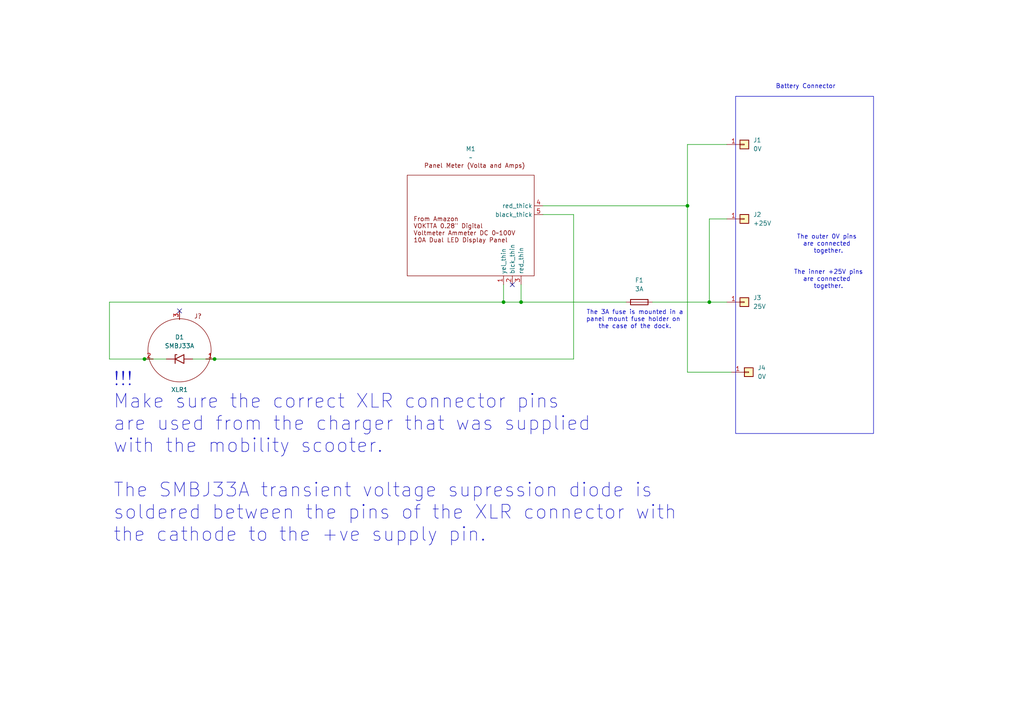
<source format=kicad_sch>
(kicad_sch (version 20231120) (generator "eeschema") (generator_version "8.0")
  (paper "A4")
  (lib_symbols
    (symbol "Connector_Generic:Conn_01x01" (pin_names (offset 1.016) hide)
      (property "Reference" "J" (at 0 2.54 0))
      (property "Value" "Conn_01x01" (at 0 -2.54 0))
      (symbol "Conn_01x01_1_1"
        (rectangle (start -1.27 0.127) (end 0 -0.127) (stroke (width 0.1524)))
        (rectangle (start -1.27 1.27) (end 1.27 -1.27) (stroke (width 0.254)) (fill (type background)))
        (pin passive line (at -5.08 0 0) (length 3.81) (name "Pin_1") (number "1"))
      )
    )
    (symbol "Device:Fuse" (pin_numbers hide) (pin_names (offset 0))
      (property "Reference" "F" (at 2.032 0 90))
      (property "Value" "Fuse" (at -1.905 0 90))
      (symbol "Fuse_0_1"
        (rectangle (start -0.762 -2.54) (end 0.762 2.54) (stroke (width 0.254)))
        (polyline (pts (xy 0 2.54) (xy 0 -2.54)))
      )
      (symbol "Fuse_1_1"
        (pin passive line (at 0 3.81 270) (length 1.27) (name "~") (number "1"))
        (pin passive line (at 0 -3.81 90) (length 1.27) (name "~") (number "2"))
      )
    )
    (symbol "Diode:SMAJ60A" (pin_numbers hide) (pin_names (offset 1.016) hide)
      (property "Reference" "D" (at 0 2.54 0))
      (property "Value" "SMAJ60A" (at 0 -2.54 0))
      (symbol "SMAJ60A_0_1"
        (polyline (pts (xy -0.762 1.27) (xy -1.27 1.27) (xy -1.27 -1.27)) (stroke (width 0.254)))
        (polyline (pts (xy 1.27 1.27) (xy 1.27 -1.27) (xy -1.27 0) (xy 1.27 1.27)) (stroke (width 0.254)))
      )
      (symbol "SMAJ60A_1_1"
        (pin passive line (at -3.81 0 0) (length 2.54) (name "A1") (number "1"))
        (pin passive line (at 3.81 0 180) (length 2.54) (name "A2") (number "2"))
      )
    )
    (symbol "pja_1:XLR3"
      (property "Reference" "XLR3" (at 0.254 10.668 0))
      (symbol "XLR3_0_1"
        (circle (center 0 0) (radius 9.1581))
      )
      (symbol "XLR3_1_1"
        (text "J?" (at -5.334 -9.906 0) (effects (font (size 1.27 1.27))))
        (pin input line (at -10.16 2.54 0) (length 2.54) (name "") (number "1"))
        (pin input line (at 10.16 2.54 180) (length 2.54) (name "") (number "2"))
        (pin input line (at 0 -11.43 90) (length 2.54) (name "") (number "3"))
      )
    )
    (symbol "pja_1:panel_meter_volts_amps_type_A"
      (property "Reference" "M" (at -6.858 -14.986 0))
      (symbol "panel_meter_volts_amps_type_A_0_1"
        (rectangle (start -25.4 16.51) (end 11.43 -12.7))
      )
      (symbol "panel_meter_volts_amps_type_A_1_1"
        (text "From Amazon\nVOKTTA 0.28\" Digital \nVoltmeter Ammeter DC 0~100V\n10A Dual LED Display Panel " (at -23.622 0.762 0) (effects (font (size 1.27 1.27)) (justify left)))
        (text "Panel Meter (Volta and Amps)" (at -5.842 19.304 0) (effects (font (size 1.27 1.27))))
        (pin input line (at 2.54 -15.24 90) (length 2.54) (name "yel_thin") (number "1"))
        (pin input line (at 5.08 -15.24 90) (length 2.54) (name "blck_thin") (number "2"))
        (pin input line (at 7.62 -15.24 90) (length 2.54) (name "red_thin") (number "3"))
        (pin input line (at 13.97 7.62 180) (length 2.54) (name "red_thick") (number "4"))
        (pin input line (at 13.97 5.08 180) (length 2.54) (name "black_thick") (number "5"))
      )
    )
  )
  (junction (at 205.74 87.63))
  (junction (at 62.23 104.14))
  (junction (at 41.91 104.14))
  (junction (at 151.13 87.63))
  (junction (at 146.05 87.63))
  (junction (at 199.39 59.69))
  (no_connect (at 148.59 82.55))
  (no_connect (at 52.07 90.17))
  (wire (pts (xy 31.75 104.14) (xy 41.91 104.14)))
  (wire (pts (xy 166.37 62.23) (xy 166.37 104.14)))
  (wire (pts (xy 151.13 82.55) (xy 151.13 87.63)))
  (wire (pts (xy 210.82 87.63) (xy 205.74 87.63)))
  (wire (pts (xy 55.88 104.14) (xy 62.23 104.14)))
  (wire (pts (xy 31.75 104.14) (xy 31.75 87.63)))
  (wire (pts (xy 199.39 41.91) (xy 199.39 59.69)))
  (wire (pts (xy 199.39 107.95) (xy 212.09 107.95)))
  (wire (pts (xy 146.05 82.55) (xy 146.05 87.63)))
  (wire (pts (xy 157.48 59.69) (xy 199.39 59.69)))
  (wire (pts (xy 31.75 87.63) (xy 146.05 87.63)))
  (wire (pts (xy 199.39 59.69) (xy 199.39 107.95)))
  (wire (pts (xy 157.48 62.23) (xy 166.37 62.23)))
  (wire (pts (xy 189.23 87.63) (xy 205.74 87.63)))
  (wire (pts (xy 146.05 87.63) (xy 151.13 87.63)))
  (wire (pts (xy 41.91 104.14) (xy 48.26 104.14)))
  (wire (pts (xy 205.74 87.63) (xy 205.74 63.5)))
  (wire (pts (xy 151.13 87.63) (xy 181.61 87.63)))
  (wire (pts (xy 205.74 63.5) (xy 210.82 63.5)))
  (wire (pts (xy 166.37 104.14) (xy 62.23 104.14)))
  (wire (pts (xy 210.82 41.91) (xy 199.39 41.91)))
  (rectangle (start 213.36 27.94) (end 253.365 125.73))
  (text "Battery Connector" (at 233.68 25.146 0) (effects (font (size 1.27 1.27))))
  (text "!!! \nMake sure the correct XLR connector pins \nare used from the charger that was supplied \nwith the mobility scooter.\n\nThe SMBJ33A transient voltage supression diode is\nsoldered between the pins of the XLR connector with\nthe cathode to the +ve supply pin." (at 32.766 132.588 0) (effects (font (size 4 4)) (justify left)))
  (text "The outer 0V pins \nare connected \ntogether.\n\n\nThe inner +25V pins\nare connected \ntogether." (at 240.284 75.946 0) (effects (font (size 1.27 1.27))))
  (text "The 3A fuse is mounted in a\npanel mount fuse holder on \nthe case of the dock." (at 184.15 92.71 0) (effects (font (size 1.27 1.27))))
  (symbol (lib_id "Connector_Generic:Conn_01x01") (at 215.9 41.91 0) (unit 1)
    (property "Reference" "J1" (at 218.44 40.6399 0) (effects (justify left)))
    (property "Value" "0V" (at 218.44 43.1799 0) (effects (justify left)))
    (property "Description" "Generic connector, single row, 01x01, script generated (kicad-library-utils/schlib/autogen/connector/)" (effects (hide yes)))
  )
  (symbol (lib_id "Device:Fuse") (at 185.42 87.63 90) (unit 1)
    (property "Reference" "F1" (at 185.42 81.28 90))
    (property "Value" "3A" (at 185.42 83.82 90))
    (property "Description" "Fuse" (effects (hide yes)))
  )
  (symbol (lib_id "Connector_Generic:Conn_01x01") (at 215.9 87.63 0) (unit 1)
    (property "Reference" "J3" (at 218.44 86.3599 0) (effects (justify left)))
    (property "Value" "25V" (at 218.44 88.8999 0) (effects (justify left)))
    (property "Description" "Generic connector, single row, 01x01, script generated (kicad-library-utils/schlib/autogen/connector/)" (effects (hide yes)))
  )
  (symbol (lib_id "pja_1:panel_meter_volts_amps_type_A") (at 143.51 67.31 0) (unit 1)
    (property "Reference" "M1" (at 136.525 43.18 0))
    (property "Value" "~" (at 136.525 45.72 0))
  )
  (symbol (lib_id "Connector_Generic:Conn_01x01") (at 215.9 63.5 0) (unit 1)
    (property "Reference" "J2" (at 218.44 62.2299 0) (effects (justify left)))
    (property "Value" "+25V" (at 218.44 64.7699 0) (effects (justify left)))
    (property "Description" "Generic connector, single row, 01x01, script generated (kicad-library-utils/schlib/autogen/connector/)" (effects (hide yes)))
  )
  (symbol (lib_id "Connector_Generic:Conn_01x01") (at 217.17 107.95 0) (unit 1)
    (property "Reference" "J4" (at 219.71 106.6799 0) (effects (justify left)))
    (property "Value" "0V" (at 219.71 109.2199 0) (effects (justify left)))
    (property "Description" "Generic connector, single row, 01x01, script generated (kicad-library-utils/schlib/autogen/connector/)" (effects (hide yes)))
  )
  (symbol (lib_id "Diode:SMAJ60A") (at 52.07 104.14 0) (unit 1)
    (property "Reference" "D1" (at 52.07 97.79 0))
    (property "Value" "SMBJ33A" (at 52.07 100.33 0))
    (property "Footprint" "Diode_SMD:D_SMA" (effects (hide yes)))
    (property "Datasheet" "https://www.littelfuse.com/media?resourcetype=datasheets&itemid=75e32973-b177-4ee3-a0ff-cedaf1abdb93&filename=smaj-datasheet" (effects (hide yes)))
    (property "Description" "400W unidirectional Transient Voltage Suppressor, 60.0Vr, SMA(DO-214AC)" (effects (hide yes)))
  )
  (symbol (lib_id "pja_1:XLR3") (at 52.07 101.6 180) (unit 1)
    (property "Reference" "XLR1" (at 52.07 113.03 0))
    (property "Value" "~" (at 52.07 115.57 0))
  )
)
</source>
